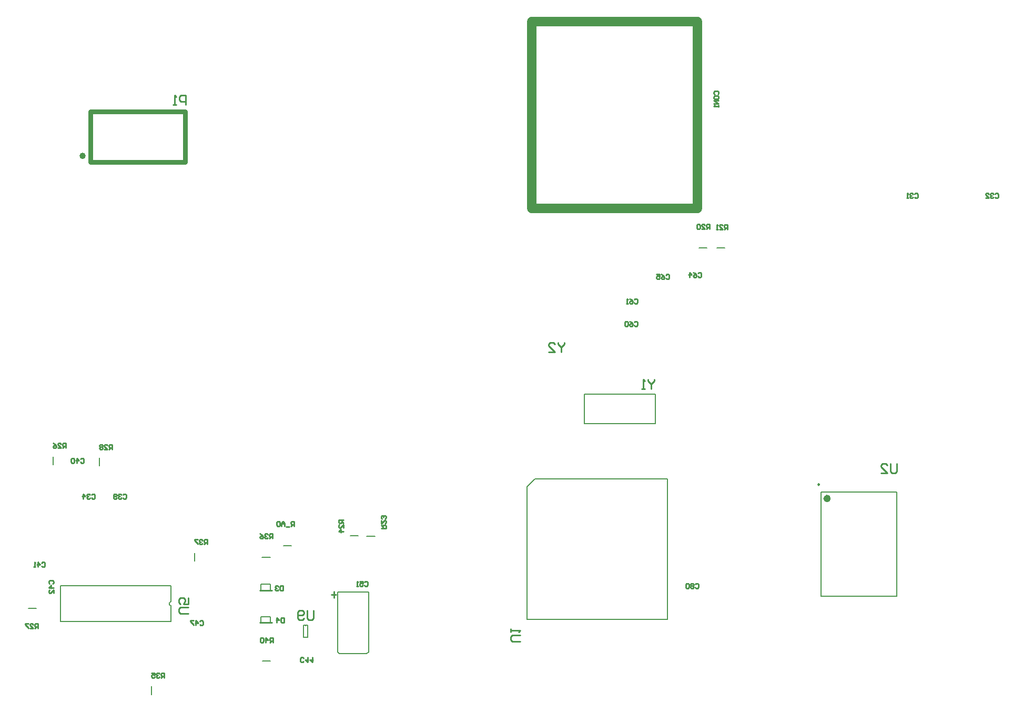
<source format=gbo>
G04 Layer_Color=32896*
%FSLAX25Y25*%
%MOIN*%
G70*
G01*
G75*
%ADD35C,0.01000*%
%ADD38C,0.02000*%
%ADD54C,0.03000*%
%ADD85C,0.00787*%
%ADD86C,0.00984*%
%ADD135C,0.02362*%
%ADD136C,0.05906*%
D35*
X152963Y72831D02*
X160443D01*
X152963Y52232D02*
X160443D01*
X198221Y69916D02*
X201370D01*
X199795Y67948D02*
Y71885D01*
X174600Y113400D02*
Y116399D01*
X173101D01*
X172601Y115899D01*
Y114900D01*
X173101Y114400D01*
X174600D01*
X173600D02*
X172601Y113400D01*
X171601Y112900D02*
X169602D01*
X168602Y113400D02*
Y115400D01*
X167602Y116399D01*
X166603Y115400D01*
Y113400D01*
Y114900D01*
X168602D01*
X165603Y115899D02*
X165103Y116399D01*
X164103D01*
X163604Y115899D01*
Y113900D01*
X164103Y113400D01*
X165103D01*
X165603Y113900D01*
Y115899D01*
X346015Y229598D02*
Y228598D01*
X344016Y226599D01*
X342016Y228598D01*
Y229598D01*
X344016Y226599D02*
Y223600D01*
X336018D02*
X340017D01*
X336018Y227599D01*
Y228598D01*
X337018Y229598D01*
X339017D01*
X340017Y228598D01*
X428901Y76699D02*
X429401Y77199D01*
X430400D01*
X430900Y76699D01*
Y74700D01*
X430400Y74200D01*
X429401D01*
X428901Y74700D01*
X427901Y76699D02*
X427401Y77199D01*
X426402D01*
X425902Y76699D01*
Y76200D01*
X426402Y75700D01*
X425902Y75200D01*
Y74700D01*
X426402Y74200D01*
X427401D01*
X427901Y74700D01*
Y75200D01*
X427401Y75700D01*
X427901Y76200D01*
Y76699D01*
X427401Y75700D02*
X426402D01*
X424902Y76699D02*
X424402Y77199D01*
X423403D01*
X422903Y76699D01*
Y74700D01*
X423403Y74200D01*
X424402D01*
X424902Y74700D01*
Y76699D01*
X410301Y272399D02*
X410801Y272899D01*
X411800D01*
X412300Y272399D01*
Y270400D01*
X411800Y269900D01*
X410801D01*
X410301Y270400D01*
X407302Y272899D02*
X408301Y272399D01*
X409301Y271400D01*
Y270400D01*
X408801Y269900D01*
X407802D01*
X407302Y270400D01*
Y270900D01*
X407802Y271400D01*
X409301D01*
X404303Y272899D02*
X406302D01*
Y271400D01*
X405302Y271900D01*
X404803D01*
X404303Y271400D01*
Y270400D01*
X404803Y269900D01*
X405802D01*
X406302Y270400D01*
X430701Y273699D02*
X431201Y274199D01*
X432200D01*
X432700Y273699D01*
Y271700D01*
X432200Y271200D01*
X431201D01*
X430701Y271700D01*
X427702Y274199D02*
X428701Y273699D01*
X429701Y272700D01*
Y271700D01*
X429201Y271200D01*
X428202D01*
X427702Y271700D01*
Y272200D01*
X428202Y272700D01*
X429701D01*
X425203Y271200D02*
Y274199D01*
X426702Y272700D01*
X424703D01*
X390201Y256999D02*
X390701Y257499D01*
X391700D01*
X392200Y256999D01*
Y255000D01*
X391700Y254500D01*
X390701D01*
X390201Y255000D01*
X387202Y257499D02*
X388201Y256999D01*
X389201Y256000D01*
Y255000D01*
X388701Y254500D01*
X387702D01*
X387202Y255000D01*
Y255500D01*
X387702Y256000D01*
X389201D01*
X386202Y254500D02*
X385202D01*
X385702D01*
Y257499D01*
X386202Y256999D01*
X390201Y242599D02*
X390701Y243099D01*
X391700D01*
X392200Y242599D01*
Y240600D01*
X391700Y240100D01*
X390701D01*
X390201Y240600D01*
X387202Y243099D02*
X388201Y242599D01*
X389201Y241600D01*
Y240600D01*
X388701Y240100D01*
X387702D01*
X387202Y240600D01*
Y241100D01*
X387702Y241600D01*
X389201D01*
X386202Y242599D02*
X385702Y243099D01*
X384703D01*
X384203Y242599D01*
Y240600D01*
X384703Y240100D01*
X385702D01*
X386202Y240600D01*
Y242599D01*
X186820Y60198D02*
Y55200D01*
X185820Y54200D01*
X183821D01*
X182821Y55200D01*
Y60198D01*
X180822Y55200D02*
X179822Y54200D01*
X177823D01*
X176823Y55200D01*
Y59198D01*
X177823Y60198D01*
X179822D01*
X180822Y59198D01*
Y58199D01*
X179822Y57199D01*
X176823D01*
X403000Y206298D02*
Y205298D01*
X401001Y203299D01*
X399001Y205298D01*
Y206298D01*
X401001Y203299D02*
Y200300D01*
X397002D02*
X395003D01*
X396002D01*
Y206298D01*
X397002Y205298D01*
X556600Y153198D02*
Y148200D01*
X555601Y147200D01*
X553601D01*
X552601Y148200D01*
Y153198D01*
X546603Y147200D02*
X550602D01*
X546603Y151199D01*
Y152199D01*
X547603Y153198D01*
X549602D01*
X550602Y152199D01*
X317998Y40500D02*
X313000D01*
X312000Y41500D01*
Y43499D01*
X313000Y44499D01*
X317998D01*
X312000Y46498D02*
Y48497D01*
Y47498D01*
X317998D01*
X316998Y46498D01*
X105943Y380500D02*
Y386498D01*
X102944D01*
X101944Y385498D01*
Y383499D01*
X102944Y382500D01*
X105943D01*
X99945Y380500D02*
X97945D01*
X98945D01*
Y386498D01*
X99945Y385498D01*
X441101Y387001D02*
X440601Y387501D01*
Y388500D01*
X441101Y389000D01*
X443100D01*
X443600Y388500D01*
Y387501D01*
X443100Y387001D01*
X440601Y384502D02*
Y385501D01*
X441101Y386001D01*
X443100D01*
X443600Y385501D01*
Y384502D01*
X443100Y384002D01*
X441101D01*
X440601Y384502D01*
X443600Y383002D02*
X440601D01*
X443600Y381003D01*
X440601D01*
X443600Y380003D02*
Y379003D01*
Y379503D01*
X440601D01*
X441101Y380003D01*
X618801Y323799D02*
X619301Y324299D01*
X620300D01*
X620800Y323799D01*
Y321800D01*
X620300Y321300D01*
X619301D01*
X618801Y321800D01*
X617801Y323799D02*
X617301Y324299D01*
X616302D01*
X615802Y323799D01*
Y323300D01*
X616302Y322800D01*
X616801D01*
X616302D01*
X615802Y322300D01*
Y321800D01*
X616302Y321300D01*
X617301D01*
X617801Y321800D01*
X612803Y321300D02*
X614802D01*
X612803Y323300D01*
Y323799D01*
X613303Y324299D01*
X614302D01*
X614802Y323799D01*
X437900Y301700D02*
Y304699D01*
X436401D01*
X435901Y304199D01*
Y303200D01*
X436401Y302700D01*
X437900D01*
X436901D02*
X435901Y301700D01*
X432902D02*
X434901D01*
X432902Y303699D01*
Y304199D01*
X433402Y304699D01*
X434401D01*
X434901Y304199D01*
X431902D02*
X431402Y304699D01*
X430403D01*
X429903Y304199D01*
Y302200D01*
X430403Y301700D01*
X431402D01*
X431902Y302200D01*
Y304199D01*
X449200Y301500D02*
Y304499D01*
X447701D01*
X447201Y303999D01*
Y303000D01*
X447701Y302500D01*
X449200D01*
X448201D02*
X447201Y301500D01*
X444202D02*
X446201D01*
X444202Y303500D01*
Y303999D01*
X444702Y304499D01*
X445701D01*
X446201Y303999D01*
X443202Y301500D02*
X442202D01*
X442702D01*
Y304499D01*
X443202Y303999D01*
X46301Y133299D02*
X46801Y133799D01*
X47800D01*
X48300Y133299D01*
Y131300D01*
X47800Y130800D01*
X46801D01*
X46301Y131300D01*
X45301Y133299D02*
X44801Y133799D01*
X43802D01*
X43302Y133299D01*
Y132799D01*
X43802Y132300D01*
X44301D01*
X43802D01*
X43302Y131800D01*
Y131300D01*
X43802Y130800D01*
X44801D01*
X45301Y131300D01*
X40803Y130800D02*
Y133799D01*
X42302Y132300D01*
X40303D01*
X66101Y133299D02*
X66601Y133799D01*
X67600D01*
X68100Y133299D01*
Y131300D01*
X67600Y130800D01*
X66601D01*
X66101Y131300D01*
X65101Y133299D02*
X64601Y133799D01*
X63602D01*
X63102Y133299D01*
Y132799D01*
X63602Y132300D01*
X64101D01*
X63602D01*
X63102Y131800D01*
Y131300D01*
X63602Y130800D01*
X64601D01*
X65101Y131300D01*
X62102D02*
X61602Y130800D01*
X60602D01*
X60103Y131300D01*
Y133299D01*
X60602Y133799D01*
X61602D01*
X62102Y133299D01*
Y132799D01*
X61602Y132300D01*
X60103D01*
X39301Y155899D02*
X39801Y156399D01*
X40800D01*
X41300Y155899D01*
Y153900D01*
X40800Y153400D01*
X39801D01*
X39301Y153900D01*
X36802Y153400D02*
Y156399D01*
X38301Y154900D01*
X36302D01*
X35302Y155899D02*
X34802Y156399D01*
X33803D01*
X33303Y155899D01*
Y153900D01*
X33803Y153400D01*
X34802D01*
X35302Y153900D01*
Y155899D01*
X14601Y90099D02*
X15101Y90599D01*
X16100D01*
X16600Y90099D01*
Y88100D01*
X16100Y87600D01*
X15101D01*
X14601Y88100D01*
X12102Y87600D02*
Y90599D01*
X13601Y89100D01*
X11602D01*
X10602Y87600D02*
X9602D01*
X10102D01*
Y90599D01*
X10602Y90099D01*
X19701Y76901D02*
X19201Y77400D01*
Y78400D01*
X19701Y78900D01*
X21700D01*
X22200Y78400D01*
Y77400D01*
X21700Y76901D01*
X22200Y74401D02*
X19201D01*
X20700Y75901D01*
Y73902D01*
X22200Y70903D02*
Y72902D01*
X20201Y70903D01*
X19701D01*
X19201Y71402D01*
Y72402D01*
X19701Y72902D01*
X180699Y27801D02*
X180200Y27301D01*
X179200D01*
X178700Y27801D01*
Y29800D01*
X179200Y30300D01*
X180200D01*
X180699Y29800D01*
X183199Y30300D02*
Y27301D01*
X181699Y28800D01*
X183698D01*
X186198Y30300D02*
Y27301D01*
X184698Y28800D01*
X186697D01*
X114801Y53199D02*
X115301Y53699D01*
X116300D01*
X116800Y53199D01*
Y51200D01*
X116300Y50700D01*
X115301D01*
X114801Y51200D01*
X112302Y50700D02*
Y53699D01*
X113801Y52200D01*
X111802D01*
X110802Y53699D02*
X108803D01*
Y53199D01*
X110802Y51200D01*
Y50700D01*
X219201Y77899D02*
X219701Y78399D01*
X220700D01*
X221200Y77899D01*
Y75900D01*
X220700Y75400D01*
X219701D01*
X219201Y75900D01*
X216202Y78399D02*
X218201D01*
Y76900D01*
X217201Y77399D01*
X216702D01*
X216202Y76900D01*
Y75900D01*
X216702Y75400D01*
X217701D01*
X218201Y75900D01*
X215202Y75400D02*
X214202D01*
X214702D01*
Y78399D01*
X215202Y77899D01*
X167600Y75599D02*
Y72600D01*
X166101D01*
X165601Y73100D01*
Y75099D01*
X166101Y75599D01*
X167600D01*
X164601Y75099D02*
X164101Y75599D01*
X163101D01*
X162602Y75099D01*
Y74599D01*
X163101Y74099D01*
X163601D01*
X163101D01*
X162602Y73600D01*
Y73100D01*
X163101Y72600D01*
X164101D01*
X164601Y73100D01*
X168200Y55499D02*
Y52500D01*
X166700D01*
X166201Y53000D01*
Y54999D01*
X166700Y55499D01*
X168200D01*
X163701Y52500D02*
Y55499D01*
X165201Y54000D01*
X163202D01*
X229900Y112100D02*
X232899D01*
Y113600D01*
X232399Y114099D01*
X231399D01*
X230900Y113600D01*
Y112100D01*
Y113100D02*
X229900Y114099D01*
Y117098D02*
Y115099D01*
X231899Y117098D01*
X232399D01*
X232899Y116599D01*
Y115599D01*
X232399Y115099D01*
Y118098D02*
X232899Y118598D01*
Y119598D01*
X232399Y120097D01*
X231899D01*
X231399Y119598D01*
Y119098D01*
Y119598D01*
X230900Y120097D01*
X230400D01*
X229900Y119598D01*
Y118598D01*
X230400Y118098D01*
X205800Y117400D02*
X202801D01*
Y115901D01*
X203301Y115401D01*
X204300D01*
X204800Y115901D01*
Y117400D01*
Y116400D02*
X205800Y115401D01*
Y112402D02*
Y114401D01*
X203801Y112402D01*
X203301D01*
X202801Y112901D01*
Y113901D01*
X203301Y114401D01*
X205800Y109902D02*
X202801D01*
X204300Y111402D01*
Y109403D01*
X29800Y163000D02*
Y165999D01*
X28301D01*
X27801Y165499D01*
Y164500D01*
X28301Y164000D01*
X29800D01*
X28800D02*
X27801Y163000D01*
X24802D02*
X26801D01*
X24802Y164999D01*
Y165499D01*
X25302Y165999D01*
X26301D01*
X26801Y165499D01*
X21803Y165999D02*
X22802Y165499D01*
X23802Y164500D01*
Y163500D01*
X23302Y163000D01*
X22303D01*
X21803Y163500D01*
Y164000D01*
X22303Y164500D01*
X23802D01*
X12200Y48600D02*
Y51599D01*
X10701D01*
X10201Y51099D01*
Y50099D01*
X10701Y49600D01*
X12200D01*
X11200D02*
X10201Y48600D01*
X7202D02*
X9201D01*
X7202Y50599D01*
Y51099D01*
X7701Y51599D01*
X8701D01*
X9201Y51099D01*
X6202Y51599D02*
X4203D01*
Y51099D01*
X6202Y49100D01*
Y48600D01*
X59300Y162200D02*
Y165199D01*
X57801D01*
X57301Y164699D01*
Y163700D01*
X57801Y163200D01*
X59300D01*
X58301D02*
X57301Y162200D01*
X54302D02*
X56301D01*
X54302Y164199D01*
Y164699D01*
X54802Y165199D01*
X55801D01*
X56301Y164699D01*
X53302D02*
X52802Y165199D01*
X51803D01*
X51303Y164699D01*
Y164199D01*
X51803Y163700D01*
X51303Y163200D01*
Y162700D01*
X51803Y162200D01*
X52802D01*
X53302Y162700D01*
Y163200D01*
X52802Y163700D01*
X53302Y164199D01*
Y164699D01*
X52802Y163700D02*
X51803D01*
X92300Y17500D02*
Y20499D01*
X90801D01*
X90301Y19999D01*
Y19000D01*
X90801Y18500D01*
X92300D01*
X91300D02*
X90301Y17500D01*
X89301Y19999D02*
X88801Y20499D01*
X87802D01*
X87302Y19999D01*
Y19500D01*
X87802Y19000D01*
X88301D01*
X87802D01*
X87302Y18500D01*
Y18000D01*
X87802Y17500D01*
X88801D01*
X89301Y18000D01*
X84303Y20499D02*
X86302D01*
Y19000D01*
X85302Y19500D01*
X84803D01*
X84303Y19000D01*
Y18000D01*
X84803Y17500D01*
X85802D01*
X86302Y18000D01*
X161000Y105700D02*
Y108699D01*
X159501D01*
X159001Y108199D01*
Y107200D01*
X159501Y106700D01*
X161000D01*
X160001D02*
X159001Y105700D01*
X158001Y108199D02*
X157501Y108699D01*
X156502D01*
X156002Y108199D01*
Y107700D01*
X156502Y107200D01*
X157001D01*
X156502D01*
X156002Y106700D01*
Y106200D01*
X156502Y105700D01*
X157501D01*
X158001Y106200D01*
X153003Y108699D02*
X154002Y108199D01*
X155002Y107200D01*
Y106200D01*
X154502Y105700D01*
X153503D01*
X153003Y106200D01*
Y106700D01*
X153503Y107200D01*
X155002D01*
X119500Y102000D02*
Y104999D01*
X118001D01*
X117501Y104499D01*
Y103500D01*
X118001Y103000D01*
X119500D01*
X118500D02*
X117501Y102000D01*
X116501Y104499D02*
X116001Y104999D01*
X115002D01*
X114502Y104499D01*
Y103999D01*
X115002Y103500D01*
X115501D01*
X115002D01*
X114502Y103000D01*
Y102500D01*
X115002Y102000D01*
X116001D01*
X116501Y102500D01*
X113502Y104999D02*
X111503D01*
Y104499D01*
X113502Y102500D01*
Y102000D01*
X161100Y39800D02*
Y42799D01*
X159601D01*
X159101Y42299D01*
Y41300D01*
X159601Y40800D01*
X161100D01*
X160100D02*
X159101Y39800D01*
X156602D02*
Y42799D01*
X158101Y41300D01*
X156102D01*
X155102Y42299D02*
X154602Y42799D01*
X153603D01*
X153103Y42299D01*
Y40300D01*
X153603Y39800D01*
X154602D01*
X155102Y40300D01*
Y42299D01*
X107498Y58200D02*
X102500D01*
X101500Y59200D01*
Y61199D01*
X102500Y62199D01*
X107498D01*
Y68197D02*
Y64198D01*
X104499D01*
X105499Y66197D01*
Y67197D01*
X104499Y68197D01*
X102500D01*
X101500Y67197D01*
Y65198D01*
X102500Y64198D01*
X567801Y323799D02*
X568301Y324299D01*
X569300D01*
X569800Y323799D01*
Y321800D01*
X569300Y321300D01*
X568301D01*
X567801Y321800D01*
X566801Y323799D02*
X566301Y324299D01*
X565302D01*
X564802Y323799D01*
Y323300D01*
X565302Y322800D01*
X565801D01*
X565302D01*
X564802Y322300D01*
Y321800D01*
X565302Y321300D01*
X566301D01*
X566801Y321800D01*
X563802Y321300D02*
X562802D01*
X563302D01*
Y324299D01*
X563802Y323799D01*
D38*
X41600Y348000D02*
G03*
X41600Y348000I-1000J0D01*
G01*
D54*
X45600Y376000D02*
X105443D01*
Y349787D02*
Y376000D01*
Y344000D02*
Y349787D01*
X45600Y344000D02*
X105443D01*
X45600D02*
Y376000D01*
D85*
X181220Y50779D02*
G03*
X182500Y50779I640J0D01*
G01*
X96700Y65566D02*
G03*
X96700Y63067I0J-1250D01*
G01*
X167941Y101000D02*
X173059D01*
X84400Y6841D02*
Y11959D01*
X442541Y289600D02*
X447659D01*
X431241Y289800D02*
X436359D01*
X111600Y91341D02*
Y96459D01*
X21900Y152341D02*
Y157459D01*
X51400Y151541D02*
Y156659D01*
X220741Y107100D02*
X225859D01*
X210141Y107300D02*
X215259D01*
X180541Y43102D02*
Y50779D01*
Y43102D02*
X183179D01*
Y50779D01*
X181220D02*
X183179D01*
X180541D02*
X182500D01*
X159656Y72831D02*
Y76768D01*
X153750Y72831D02*
Y76768D01*
X154144Y72831D02*
X159656D01*
X153750Y76768D02*
X159656D01*
Y52232D02*
Y56169D01*
X153750Y52232D02*
Y56169D01*
X154144Y52232D02*
X159656D01*
X153750Y56169D02*
X159656D01*
X154341Y93800D02*
X159459D01*
X154441Y27900D02*
X159559D01*
X327335Y143441D02*
X411370Y143441D01*
X411370Y54347D02*
X411370Y143441D01*
X322276Y54347D02*
X411370Y54347D01*
X322276Y138382D02*
X322276Y54347D01*
X322276Y138382D02*
X327335Y143441D01*
X556516Y69126D02*
Y134874D01*
X508484Y69126D02*
Y134874D01*
Y69126D02*
X556516D01*
X508484Y134874D02*
X556516D01*
X358759Y178448D02*
Y196952D01*
Y178448D02*
X403641D01*
Y196952D01*
X358759D02*
X403641D01*
X6141Y61300D02*
X11259D01*
X212000Y71806D02*
X221843D01*
Y33696D02*
Y71806D01*
X220740Y32594D02*
X221843Y33696D01*
X203260Y32594D02*
X220740D01*
X202157Y33696D02*
X203260Y32594D01*
X202157Y33696D02*
Y71806D01*
X212000D01*
X26700Y52899D02*
X96700D01*
X26700D02*
Y75734D01*
X96700D01*
Y65566D02*
Y75734D01*
Y52899D02*
Y63067D01*
D86*
X507598Y139795D02*
G03*
X507598Y139795I-492J0D01*
G01*
D135*
X513602Y130937D02*
G03*
X513602Y130937I-1181J0D01*
G01*
D136*
X325406Y314612D02*
Y433116D01*
Y314612D02*
X430131D01*
Y433116D01*
X325406D02*
X430131D01*
M02*

</source>
